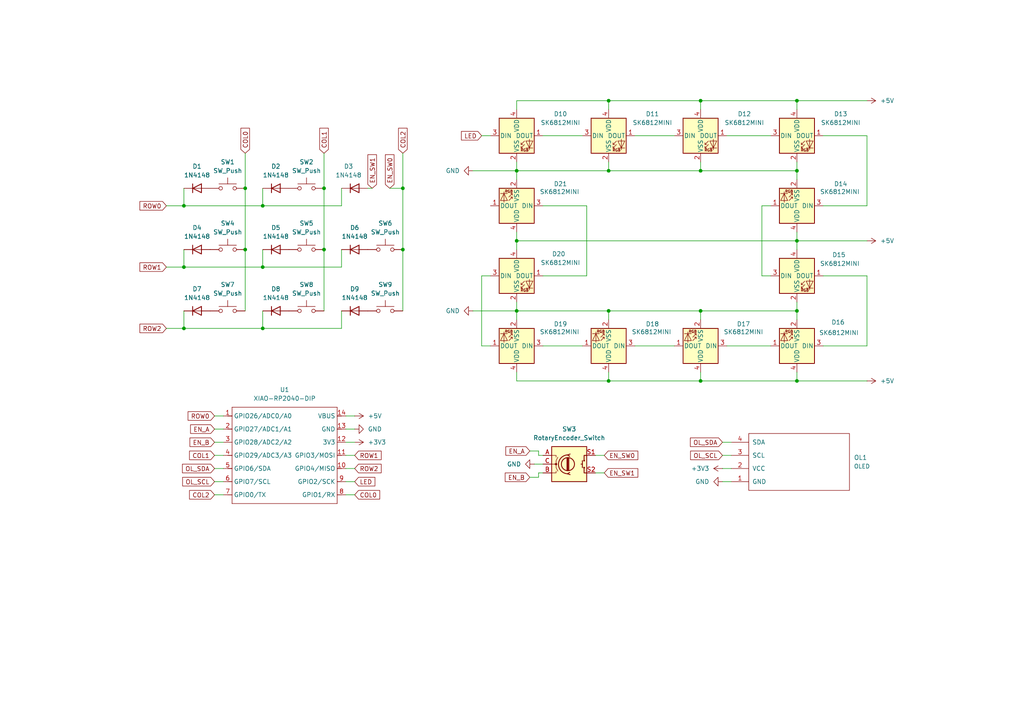
<source format=kicad_sch>
(kicad_sch (version 20231120) (generator "eeschema") (generator_version "8.0")
  (paper "A4")
  (lib_symbols
    (symbol "Device:RotaryEncoder_Switch" (pin_names (offset 0.254) hide)
      (property "Reference" "SW" (at 0 6.604 0))
      (property "Value" "RotaryEncoder_Switch" (at 0 -6.604 0))
      (symbol "RotaryEncoder_Switch_0_1"
        (rectangle (start -5.08 5.08) (end 5.08 -5.08) (stroke (width 0.254)) (fill (type background)))
        (circle (center -3.81 0) (radius 0.254) (fill (type outline)))
        (circle (center -0.381 0) (radius 1.905) (stroke (width 0.254)))
        (arc (start -0.381 2.667) (mid -3.0988 -0.0635) (end -0.381 -2.794) (stroke (width 0.254)))
        (polyline (pts (xy -0.635 -1.778) (xy -0.635 1.778)) (stroke (width 0.254)))
        (polyline (pts (xy -0.381 -1.778) (xy -0.381 1.778)) (stroke (width 0.254)))
        (polyline (pts (xy -0.127 1.778) (xy -0.127 -1.778)) (stroke (width 0.254)))
        (polyline (pts (xy 3.81 0) (xy 3.429 0)) (stroke (width 0.254)))
        (polyline (pts (xy 3.81 1.016) (xy 3.81 -1.016)) (stroke (width 0.254)))
        (polyline (pts (xy -5.08 -2.54) (xy -3.81 -2.54) (xy -3.81 -2.032)))
        (polyline (pts (xy -5.08 2.54) (xy -3.81 2.54) (xy -3.81 2.032)))
        (polyline (pts (xy 0.254 -3.048) (xy -0.508 -2.794) (xy 0.127 -2.413)) (stroke (width 0.254)))
        (polyline (pts (xy 0.254 2.921) (xy -0.508 2.667) (xy 0.127 2.286)) (stroke (width 0.254)))
        (polyline (pts (xy 5.08 -2.54) (xy 4.318 -2.54) (xy 4.318 -1.016)) (stroke (width 0.254)))
        (polyline (pts (xy 5.08 2.54) (xy 4.318 2.54) (xy 4.318 1.016)) (stroke (width 0.254)))
        (polyline (pts (xy -5.08 0) (xy -3.81 0) (xy -3.81 -1.016) (xy -3.302 -2.032)))
        (polyline (pts (xy -4.318 0) (xy -3.81 0) (xy -3.81 1.016) (xy -3.302 2.032)))
        (circle (center 4.318 -1.016) (radius 0.127) (stroke (width 0.254)))
        (circle (center 4.318 1.016) (radius 0.127) (stroke (width 0.254)))
      )
      (symbol "RotaryEncoder_Switch_1_1"
        (pin passive line (at -7.62 2.54 0) (length 2.54) (name "A") (number "A"))
        (pin passive line (at -7.62 -2.54 0) (length 2.54) (name "B") (number "B"))
        (pin passive line (at -7.62 0 0) (length 2.54) (name "C") (number "C"))
        (pin passive line (at 7.62 2.54 180) (length 2.54) (name "S1") (number "S1"))
        (pin passive line (at 7.62 -2.54 180) (length 2.54) (name "S2") (number "S2"))
      )
    )
    (symbol "Diode:1N4148" (pin_numbers hide) (pin_names hide)
      (property "Reference" "D" (at 0 2.54 0))
      (property "Value" "1N4148" (at 0 -2.54 0))
      (symbol "1N4148_0_1"
        (polyline (pts (xy -1.27 1.27) (xy -1.27 -1.27)) (stroke (width 0.254)))
        (polyline (pts (xy 1.27 0) (xy -1.27 0)))
        (polyline (pts (xy 1.27 1.27) (xy 1.27 -1.27) (xy -1.27 0) (xy 1.27 1.27)) (stroke (width 0.254)))
      )
      (symbol "1N4148_1_1"
        (pin passive line (at -3.81 0 0) (length 2.54) (name "K") (number "1"))
        (pin passive line (at 3.81 0 180) (length 2.54) (name "A") (number "2"))
      )
    )
    (symbol "I2C_OLED:OLED" (pin_names (offset 1.016))
      (property "Reference" "OL1" (at 16.51 1.905 0))
      (property "Value" "OLED" (at 16.51 -0.635 0))
      (symbol "OLED_0_1"
        (rectangle (start -13.97 8.89) (end 15.24 -7.62))
      )
      (symbol "OLED_1_1"
        (pin power_in line (at -19.05 -5.08 0) (length 5.08) (name "GND") (number "1"))
        (pin power_in line (at -19.05 -1.27 0) (length 5.08) (name "VCC") (number "2"))
        (pin bidirectional line (at -19.05 2.54 0) (length 5.08) (name "SCL") (number "3"))
        (pin bidirectional line (at -19.05 6.35 0) (length 5.08) (name "SDA") (number "4"))
      )
    )
    (symbol "LED:SK6812MINI" (pin_names (offset 0.254))
      (property "Reference" "D" (at 5.08 5.715 0))
      (property "Value" "SK6812MINI" (at 1.27 -5.715 0))
      (symbol "SK6812MINI_0_0"
        (text "RGB" (at 2.286 -4.191 0) (effects (font (size 0.762 0.762))))
      )
      (symbol "SK6812MINI_0_1"
        (polyline (pts (xy 1.27 -3.556) (xy 1.778 -3.556)))
        (polyline (pts (xy 1.27 -2.54) (xy 1.778 -2.54)))
        (polyline (pts (xy 4.699 -3.556) (xy 2.667 -3.556)))
        (polyline (pts (xy 2.286 -2.54) (xy 1.27 -3.556) (xy 1.27 -3.048)))
        (polyline (pts (xy 2.286 -1.524) (xy 1.27 -2.54) (xy 1.27 -2.032)))
        (polyline (pts (xy 3.683 -1.016) (xy 3.683 -3.556) (xy 3.683 -4.064)))
        (polyline (pts (xy 4.699 -1.524) (xy 2.667 -1.524) (xy 3.683 -3.556) (xy 4.699 -1.524)))
        (rectangle (start 5.08 5.08) (end -5.08 -5.08) (stroke (width 0.254)) (fill (type background)))
      )
      (symbol "SK6812MINI_1_1"
        (pin output line (at 7.62 0 180) (length 2.54) (name "DOUT") (number "1"))
        (pin power_in line (at 0 -7.62 90) (length 2.54) (name "VSS") (number "2"))
        (pin input line (at -7.62 0 0) (length 2.54) (name "DIN") (number "3"))
        (pin power_in line (at 0 7.62 270) (length 2.54) (name "VDD") (number "4"))
      )
    )
    (symbol "Seeed_Studio_XIAO_Series:XIAO-RP2040-DIP"
      (property "Reference" "U" (at 0 0 0))
      (property "Value" "XIAO-RP2040-DIP" (at 5.334 -1.778 0))
      (symbol "XIAO-RP2040-DIP_1_0"
        (polyline (pts (xy -1.27 -30.48) (xy -1.27 -16.51)) (stroke (width 0.1524)))
        (polyline (pts (xy -1.27 -27.94) (xy -2.54 -27.94)) (stroke (width 0.1524)))
        (polyline (pts (xy -1.27 -24.13) (xy -2.54 -24.13)) (stroke (width 0.1524)))
        (polyline (pts (xy -1.27 -20.32) (xy -2.54 -20.32)) (stroke (width 0.1524)))
        (polyline (pts (xy -1.27 -16.51) (xy -2.54 -16.51)) (stroke (width 0.1524)))
        (polyline (pts (xy -1.27 -16.51) (xy -1.27 -12.7)) (stroke (width 0.1524)))
        (polyline (pts (xy -1.27 -12.7) (xy -2.54 -12.7)) (stroke (width 0.1524)))
        (polyline (pts (xy -1.27 -12.7) (xy -1.27 -8.89)) (stroke (width 0.1524)))
        (polyline (pts (xy -1.27 -8.89) (xy -2.54 -8.89)) (stroke (width 0.1524)))
        (polyline (pts (xy -1.27 -8.89) (xy -1.27 -5.08)) (stroke (width 0.1524)))
        (polyline (pts (xy -1.27 -5.08) (xy -2.54 -5.08)) (stroke (width 0.1524)))
        (polyline (pts (xy -1.27 -5.08) (xy -1.27 -2.54)) (stroke (width 0.1524)))
        (polyline (pts (xy -1.27 -2.54) (xy 29.21 -2.54)) (stroke (width 0.1524)))
        (polyline (pts (xy 29.21 -30.48) (xy -1.27 -30.48)) (stroke (width 0.1524)))
        (polyline (pts (xy 29.21 -12.7) (xy 29.21 -30.48)) (stroke (width 0.1524)))
        (polyline (pts (xy 29.21 -8.89) (xy 29.21 -12.7)) (stroke (width 0.1524)))
        (polyline (pts (xy 29.21 -5.08) (xy 29.21 -8.89)) (stroke (width 0.1524)))
        (polyline (pts (xy 29.21 -2.54) (xy 29.21 -5.08)) (stroke (width 0.1524)))
        (polyline (pts (xy 30.48 -27.94) (xy 29.21 -27.94)) (stroke (width 0.1524)))
        (polyline (pts (xy 30.48 -24.13) (xy 29.21 -24.13)) (stroke (width 0.1524)))
        (polyline (pts (xy 30.48 -20.32) (xy 29.21 -20.32)) (stroke (width 0.1524)))
        (polyline (pts (xy 30.48 -16.51) (xy 29.21 -16.51)) (stroke (width 0.1524)))
        (polyline (pts (xy 30.48 -12.7) (xy 29.21 -12.7)) (stroke (width 0.1524)))
        (polyline (pts (xy 30.48 -8.89) (xy 29.21 -8.89)) (stroke (width 0.1524)))
        (polyline (pts (xy 30.48 -5.08) (xy 29.21 -5.08)) (stroke (width 0.1524)))
        (pin passive line (at -3.81 -5.08 0) (length 2.54) (name "GPIO26/ADC0/A0") (number "1"))
        (pin passive line (at 31.75 -20.32 180) (length 2.54) (name "GPIO4/MISO") (number "10"))
        (pin passive line (at 31.75 -16.51 180) (length 2.54) (name "GPIO3/MOSI") (number "11"))
        (pin passive line (at 31.75 -12.7 180) (length 2.54) (name "3V3") (number "12"))
        (pin passive line (at 31.75 -8.89 180) (length 2.54) (name "GND") (number "13"))
        (pin passive line (at 31.75 -5.08 180) (length 2.54) (name "VBUS") (number "14"))
        (pin passive line (at -3.81 -8.89 0) (length 2.54) (name "GPIO27/ADC1/A1") (number "2"))
        (pin passive line (at -3.81 -12.7 0) (length 2.54) (name "GPIO28/ADC2/A2") (number "3"))
        (pin passive line (at -3.81 -16.51 0) (length 2.54) (name "GPIO29/ADC3/A3") (number "4"))
        (pin passive line (at -3.81 -20.32 0) (length 2.54) (name "GPIO6/SDA") (number "5"))
        (pin passive line (at -3.81 -24.13 0) (length 2.54) (name "GPIO7/SCL") (number "6"))
        (pin passive line (at -3.81 -27.94 0) (length 2.54) (name "GPIO0/TX") (number "7"))
        (pin passive line (at 31.75 -27.94 180) (length 2.54) (name "GPIO1/RX") (number "8"))
        (pin passive line (at 31.75 -24.13 180) (length 2.54) (name "GPIO2/SCK") (number "9"))
      )
    )
    (symbol "Switch:SW_Push" (pin_numbers hide) (pin_names (offset 1.016) hide)
      (property "Reference" "SW" (at 1.27 2.54 0))
      (property "Value" "SW_Push" (at 0 -1.524 0))
      (symbol "SW_Push_0_1"
        (circle (center -2.032 0) (radius 0.508))
        (polyline (pts (xy 0 1.27) (xy 0 3.048)))
        (polyline (pts (xy 2.54 1.27) (xy -2.54 1.27)))
        (circle (center 2.032 0) (radius 0.508))
        (pin passive line (at -5.08 0 0) (length 2.54) (name "1") (number "1"))
        (pin passive line (at 5.08 0 180) (length 2.54) (name "2") (number "2"))
      )
    )
    (symbol "power:+3V3" (power) (pin_numbers hide) (pin_names (offset 0) hide)
      (property "Value" "+3V3" (at 0 3.556 0))
      (symbol "+3V3_0_1"
        (polyline (pts (xy -0.762 1.27) (xy 0 2.54)))
        (polyline (pts (xy 0 0) (xy 0 2.54)))
        (polyline (pts (xy 0 2.54) (xy 0.762 1.27)))
      )
      (symbol "+3V3_1_1"
        (pin power_in line (at 0 0 90) (length 0) (name "~") (number "1"))
      )
    )
    (symbol "power:+5V" (power) (pin_numbers hide) (pin_names (offset 0) hide)
      (property "Value" "+5V" (at 0 3.556 0))
      (symbol "+5V_0_1"
        (polyline (pts (xy -0.762 1.27) (xy 0 2.54)))
        (polyline (pts (xy 0 0) (xy 0 2.54)))
        (polyline (pts (xy 0 2.54) (xy 0.762 1.27)))
      )
      (symbol "+5V_1_1"
        (pin power_in line (at 0 0 90) (length 0) (name "~") (number "1"))
      )
    )
    (symbol "power:GND" (power) (pin_numbers hide) (pin_names (offset 0) hide)
      (property "Value" "GND" (at 0 -3.81 0))
      (symbol "GND_0_1"
        (polyline (pts (xy 0 0) (xy 0 -1.27) (xy 1.27 -1.27) (xy 0 -2.54) (xy -1.27 -1.27) (xy 0 -1.27)))
      )
      (symbol "GND_1_1"
        (pin power_in line (at 0 0 270) (length 0) (name "~") (number "1"))
      )
    )
  )
  (junction (at 231.14 29.21))
  (junction (at 116.84 54.61))
  (junction (at 231.14 69.85))
  (junction (at 176.53 110.49))
  (junction (at 231.14 90.17))
  (junction (at 203.2 110.49))
  (junction (at 176.53 29.21))
  (junction (at 149.86 49.53))
  (junction (at 76.2 77.47))
  (junction (at 176.53 49.53))
  (junction (at 203.2 49.53))
  (junction (at 93.98 54.61))
  (junction (at 53.34 77.47))
  (junction (at 149.86 69.85))
  (junction (at 53.34 59.69))
  (junction (at 231.14 110.49))
  (junction (at 76.2 95.25))
  (junction (at 93.98 72.39))
  (junction (at 231.14 49.53))
  (junction (at 71.12 54.61))
  (junction (at 203.2 29.21))
  (junction (at 149.86 90.17))
  (junction (at 71.12 72.39))
  (junction (at 53.34 95.25))
  (junction (at 76.2 59.69))
  (junction (at 116.84 72.39))
  (junction (at 176.53 90.17))
  (junction (at 203.2 90.17))
  (wire (pts (xy 99.06 54.61) (xy 99.06 59.69)))
  (wire (pts (xy 156.21 137.16) (xy 157.48 137.16)))
  (wire (pts (xy 149.86 67.31) (xy 149.86 69.85)))
  (wire (pts (xy 99.06 90.17) (xy 99.06 95.25)))
  (wire (pts (xy 99.06 72.39) (xy 99.06 77.47)))
  (wire (pts (xy 62.23 120.65) (xy 64.77 120.65)))
  (wire (pts (xy 93.98 72.39) (xy 93.98 90.17)))
  (wire (pts (xy 100.33 124.46) (xy 102.87 124.46)))
  (wire (pts (xy 251.46 80.01) (xy 251.46 100.33)))
  (wire (pts (xy 149.86 69.85) (xy 149.86 72.39)))
  (wire (pts (xy 238.76 80.01) (xy 251.46 80.01)))
  (wire (pts (xy 100.33 143.51) (xy 102.87 143.51)))
  (wire (pts (xy 203.2 90.17) (xy 203.2 92.71)))
  (wire (pts (xy 53.34 95.25) (xy 76.2 95.25)))
  (wire (pts (xy 142.24 100.33) (xy 139.7 100.33)))
  (wire (pts (xy 238.76 39.37) (xy 251.46 39.37)))
  (wire (pts (xy 220.98 59.69) (xy 220.98 80.01)))
  (wire (pts (xy 231.14 29.21) (xy 231.14 31.75)))
  (wire (pts (xy 149.86 46.99) (xy 149.86 49.53)))
  (wire (pts (xy 100.33 120.65) (xy 102.87 120.65)))
  (wire (pts (xy 116.84 72.39) (xy 116.84 90.17)))
  (wire (pts (xy 149.86 90.17) (xy 176.53 90.17)))
  (wire (pts (xy 223.52 59.69) (xy 220.98 59.69)))
  (wire (pts (xy 170.18 59.69) (xy 157.48 59.69)))
  (wire (pts (xy 176.53 90.17) (xy 203.2 90.17)))
  (wire (pts (xy 62.23 128.27) (xy 64.77 128.27)))
  (wire (pts (xy 113.03 54.61) (xy 116.84 54.61)))
  (wire (pts (xy 176.53 46.99) (xy 176.53 49.53)))
  (wire (pts (xy 176.53 29.21) (xy 176.53 31.75)))
  (wire (pts (xy 172.72 137.16) (xy 175.26 137.16)))
  (wire (pts (xy 210.82 100.33) (xy 223.52 100.33)))
  (wire (pts (xy 76.2 90.17) (xy 76.2 95.25)))
  (wire (pts (xy 203.2 49.53) (xy 231.14 49.53)))
  (wire (pts (xy 107.95 54.61) (xy 106.68 54.61)))
  (wire (pts (xy 62.23 139.7) (xy 64.77 139.7)))
  (wire (pts (xy 176.53 110.49) (xy 203.2 110.49)))
  (wire (pts (xy 93.98 44.45) (xy 93.98 54.61)))
  (wire (pts (xy 156.21 130.81) (xy 156.21 132.08)))
  (wire (pts (xy 156.21 132.08) (xy 157.48 132.08)))
  (wire (pts (xy 231.14 107.95) (xy 231.14 110.49)))
  (wire (pts (xy 139.7 80.01) (xy 142.24 80.01)))
  (wire (pts (xy 184.15 100.33) (xy 195.58 100.33)))
  (wire (pts (xy 184.15 39.37) (xy 195.58 39.37)))
  (wire (pts (xy 251.46 39.37) (xy 251.46 59.69)))
  (wire (pts (xy 231.14 69.85) (xy 251.46 69.85)))
  (wire (pts (xy 100.33 132.08) (xy 102.87 132.08)))
  (wire (pts (xy 210.82 39.37) (xy 223.52 39.37)))
  (wire (pts (xy 53.34 77.47) (xy 76.2 77.47)))
  (wire (pts (xy 116.84 54.61) (xy 116.84 72.39)))
  (wire (pts (xy 139.7 39.37) (xy 142.24 39.37)))
  (wire (pts (xy 172.72 132.08) (xy 175.26 132.08)))
  (wire (pts (xy 62.23 132.08) (xy 64.77 132.08)))
  (wire (pts (xy 231.14 49.53) (xy 231.14 52.07)))
  (wire (pts (xy 220.98 80.01) (xy 223.52 80.01)))
  (wire (pts (xy 209.55 128.27) (xy 212.09 128.27)))
  (wire (pts (xy 231.14 67.31) (xy 231.14 69.85)))
  (wire (pts (xy 48.26 95.25) (xy 53.34 95.25)))
  (wire (pts (xy 251.46 110.49) (xy 231.14 110.49)))
  (wire (pts (xy 170.18 80.01) (xy 170.18 59.69)))
  (wire (pts (xy 76.2 95.25) (xy 99.06 95.25)))
  (wire (pts (xy 176.53 107.95) (xy 176.53 110.49)))
  (wire (pts (xy 53.34 90.17) (xy 53.34 95.25)))
  (wire (pts (xy 53.34 72.39) (xy 53.34 77.47)))
  (wire (pts (xy 48.26 59.69) (xy 53.34 59.69)))
  (wire (pts (xy 100.33 128.27) (xy 102.87 128.27)))
  (wire (pts (xy 149.86 49.53) (xy 149.86 52.07)))
  (wire (pts (xy 203.2 90.17) (xy 231.14 90.17)))
  (wire (pts (xy 76.2 54.61) (xy 76.2 59.69)))
  (wire (pts (xy 157.48 80.01) (xy 170.18 80.01)))
  (wire (pts (xy 48.26 77.47) (xy 53.34 77.47)))
  (wire (pts (xy 149.86 29.21) (xy 176.53 29.21)))
  (wire (pts (xy 62.23 143.51) (xy 64.77 143.51)))
  (wire (pts (xy 231.14 29.21) (xy 251.46 29.21)))
  (wire (pts (xy 149.86 110.49) (xy 176.53 110.49)))
  (wire (pts (xy 176.53 49.53) (xy 203.2 49.53)))
  (wire (pts (xy 100.33 135.89) (xy 102.87 135.89)))
  (wire (pts (xy 76.2 59.69) (xy 99.06 59.69)))
  (wire (pts (xy 203.2 110.49) (xy 231.14 110.49)))
  (wire (pts (xy 231.14 87.63) (xy 231.14 90.17)))
  (wire (pts (xy 238.76 100.33) (xy 251.46 100.33)))
  (wire (pts (xy 62.23 124.46) (xy 64.77 124.46)))
  (wire (pts (xy 139.7 80.01) (xy 139.7 100.33)))
  (wire (pts (xy 76.2 72.39) (xy 76.2 77.47)))
  (wire (pts (xy 71.12 44.45) (xy 71.12 54.61)))
  (wire (pts (xy 53.34 59.69) (xy 76.2 59.69)))
  (wire (pts (xy 71.12 72.39) (xy 71.12 90.17)))
  (wire (pts (xy 231.14 69.85) (xy 231.14 72.39)))
  (wire (pts (xy 231.14 90.17) (xy 231.14 92.71)))
  (wire (pts (xy 137.16 49.53) (xy 149.86 49.53)))
  (wire (pts (xy 71.12 54.61) (xy 71.12 72.39)))
  (wire (pts (xy 176.53 29.21) (xy 203.2 29.21)))
  (wire (pts (xy 153.67 138.43) (xy 156.21 138.43)))
  (wire (pts (xy 116.84 44.45) (xy 116.84 54.61)))
  (wire (pts (xy 149.86 31.75) (xy 149.86 29.21)))
  (wire (pts (xy 231.14 46.99) (xy 231.14 49.53)))
  (wire (pts (xy 203.2 29.21) (xy 203.2 31.75)))
  (wire (pts (xy 137.16 90.17) (xy 149.86 90.17)))
  (wire (pts (xy 149.86 49.53) (xy 176.53 49.53)))
  (wire (pts (xy 209.55 132.08) (xy 212.09 132.08)))
  (wire (pts (xy 238.76 59.69) (xy 251.46 59.69)))
  (wire (pts (xy 203.2 46.99) (xy 203.2 49.53)))
  (wire (pts (xy 156.21 138.43) (xy 156.21 137.16)))
  (wire (pts (xy 93.98 54.61) (xy 93.98 72.39)))
  (wire (pts (xy 154.94 134.62) (xy 157.48 134.62)))
  (wire (pts (xy 149.86 69.85) (xy 231.14 69.85)))
  (wire (pts (xy 149.86 87.63) (xy 149.86 90.17)))
  (wire (pts (xy 62.23 135.89) (xy 64.77 135.89)))
  (wire (pts (xy 203.2 107.95) (xy 203.2 110.49)))
  (wire (pts (xy 157.48 100.33) (xy 168.91 100.33)))
  (wire (pts (xy 203.2 29.21) (xy 231.14 29.21)))
  (wire (pts (xy 149.86 90.17) (xy 149.86 92.71)))
  (wire (pts (xy 149.86 107.95) (xy 149.86 110.49)))
  (wire (pts (xy 176.53 90.17) (xy 176.53 92.71)))
  (wire (pts (xy 157.48 39.37) (xy 168.91 39.37)))
  (wire (pts (xy 100.33 139.7) (xy 102.87 139.7)))
  (wire (pts (xy 153.67 130.81) (xy 156.21 130.81)))
  (wire (pts (xy 209.55 139.7) (xy 212.09 139.7)))
  (wire (pts (xy 53.34 54.61) (xy 53.34 59.69)))
  (wire (pts (xy 209.55 135.89) (xy 212.09 135.89)))
  (wire (pts (xy 76.2 77.47) (xy 99.06 77.47)))
  (global_label "EN_SW0" (shape input) (at 113.03 54.61 90) (property "Intersheetrefs" "${INTERSHEET_REFS}" (effects (hide yes))))
  (global_label "COL2" (shape input) (at 116.84 44.45 90) (property "Intersheetrefs" "${INTERSHEET_REFS}" (effects (hide yes))))
  (global_label "ROW1" (shape input) (at 48.26 77.47 180) (property "Intersheetrefs" "${INTERSHEET_REFS}" (effects (hide yes))))
  (global_label "EN_SW1" (shape input) (at 175.26 137.16 0) (property "Intersheetrefs" "${INTERSHEET_REFS}" (effects (hide yes))))
  (global_label "OL_SDA" (shape input) (at 62.23 135.89 180) (property "Intersheetrefs" "${INTERSHEET_REFS}" (effects (hide yes))))
  (global_label "ROW2" (shape input) (at 102.87 135.89 0) (property "Intersheetrefs" "${INTERSHEET_REFS}" (effects (hide yes))))
  (global_label "EN_SW1" (shape input) (at 107.95 54.61 90) (property "Intersheetrefs" "${INTERSHEET_REFS}" (effects (hide yes))))
  (global_label "COL0" (shape input) (at 102.87 143.51 0) (property "Intersheetrefs" "${INTERSHEET_REFS}" (effects (hide yes))))
  (global_label "COL2" (shape input) (at 62.23 143.51 180) (property "Intersheetrefs" "${INTERSHEET_REFS}" (effects (hide yes))))
  (global_label "ROW0" (shape input) (at 62.23 120.65 180) (property "Intersheetrefs" "${INTERSHEET_REFS}" (effects (hide yes))))
  (global_label "OL_SCL" (shape input) (at 62.23 139.7 180) (property "Intersheetrefs" "${INTERSHEET_REFS}" (effects (hide yes))))
  (global_label "LED" (shape input) (at 139.7 39.37 180) (property "Intersheetrefs" "${INTERSHEET_REFS}" (effects (hide yes))))
  (global_label "LED" (shape input) (at 102.87 139.7 0) (property "Intersheetrefs" "${INTERSHEET_REFS}" (effects (hide yes))))
  (global_label "EN_A" (shape input) (at 153.67 130.81 180) (property "Intersheetrefs" "${INTERSHEET_REFS}" (effects (hide yes))))
  (global_label "ROW2" (shape input) (at 48.26 95.25 180) (property "Intersheetrefs" "${INTERSHEET_REFS}" (effects (hide yes))))
  (global_label "ROW1" (shape input) (at 102.87 132.08 0) (property "Intersheetrefs" "${INTERSHEET_REFS}" (effects (hide yes))))
  (global_label "EN_SW0" (shape input) (at 175.26 132.08 0) (property "Intersheetrefs" "${INTERSHEET_REFS}" (effects (hide yes))))
  (global_label "COL0" (shape input) (at 71.12 44.45 90) (property "Intersheetrefs" "${INTERSHEET_REFS}" (effects (hide yes))))
  (global_label "OL_SDA" (shape input) (at 209.55 128.27 180) (property "Intersheetrefs" "${INTERSHEET_REFS}" (effects (hide yes))))
  (global_label "ROW0" (shape input) (at 48.26 59.69 180) (property "Intersheetrefs" "${INTERSHEET_REFS}" (effects (hide yes))))
  (global_label "COL1" (shape input) (at 62.23 132.08 180) (property "Intersheetrefs" "${INTERSHEET_REFS}" (effects (hide yes))))
  (global_label "EN_B" (shape input) (at 62.23 128.27 180) (property "Intersheetrefs" "${INTERSHEET_REFS}" (effects (hide yes))))
  (global_label "COL1" (shape input) (at 93.98 44.45 90) (property "Intersheetrefs" "${INTERSHEET_REFS}" (effects (hide yes))))
  (global_label "EN_A" (shape input) (at 62.23 124.46 180) (property "Intersheetrefs" "${INTERSHEET_REFS}" (effects (hide yes))))
  (global_label "OL_SCL" (shape input) (at 209.55 132.08 180) (property "Intersheetrefs" "${INTERSHEET_REFS}" (effects (hide yes))))
  (global_label "EN_B" (shape input) (at 153.67 138.43 180) (property "Intersheetrefs" "${INTERSHEET_REFS}" (effects (hide yes))))
  (symbol (lib_id "LED:SK6812MINI") (at 231.14 39.37 0) (unit 1)
    (property "Reference" "D13" (at 243.84 33.0514 0))
    (property "Value" "SK6812MINI" (at 243.84 35.5914 0))
    (property "Footprint" "Library:LED_SK6812MINI_PLCC4_3.5x3.5mm_P1.75mm" (effects (hide yes)))
    (property "Datasheet" "https://cdn-shop.adafruit.com/product-files/2686/SK6812MINI_REV.01-1-2.pdf" (effects (hide yes)))
    (property "Description" "RGB LED with integrated controller" (effects (hide yes)))
  )
  (symbol (lib_id "power:+5V") (at 102.87 120.65 270) (unit 1)
    (property "Reference" "#PWR02" (effects (hide yes)))
    (property "Value" "+5V" (at 106.68 120.6499 90) (effects (justify left)))
    (property "Description" "Power symbol creates a global label with name \"+5V\"" (effects (hide yes)))
  )
  (symbol (lib_id "Diode:1N4148") (at 80.01 72.39 0) (unit 1)
    (property "Reference" "D5" (at 80.01 66.04 0))
    (property "Value" "1N4148" (at 80.01 68.58 0))
    (property "Footprint" "Diode_THT:D_DO-35_SOD27_P7.62mm_Horizontal" (effects (hide yes)))
    (property "Datasheet" "https://assets.nexperia.com/documents/data-sheet/1N4148_1N4448.pdf" (effects (hide yes)))
    (property "Description" "100V 0.15A standard switching diode, DO-35" (effects (hide yes)))
    (property "Sim.Device" "D" (effects (hide yes)))
    (property "Sim.Pins" "1=K 2=A" (effects (hide yes)))
  )
  (symbol (lib_id "power:GND") (at 154.94 134.62 270) (unit 1)
    (property "Reference" "#PWR01" (effects (hide yes)))
    (property "Value" "GND" (at 151.13 134.6199 90) (effects (justify right)))
    (property "Description" "Power symbol creates a global label with name \"GND\" , ground" (effects (hide yes)))
  )
  (symbol (lib_id "LED:SK6812MINI") (at 149.86 59.69 180) (unit 1)
    (property "Reference" "D21" (at 162.56 53.34 0))
    (property "Value" "SK6812MINI" (at 162.306 55.626 0))
    (property "Footprint" "Library:LED_SK6812MINI_PLCC4_3.5x3.5mm_P1.75mm" (effects (hide yes)))
    (property "Datasheet" "https://cdn-shop.adafruit.com/product-files/2686/SK6812MINI_REV.01-1-2.pdf" (effects (hide yes)))
    (property "Description" "RGB LED with integrated controller" (effects (hide yes)))
  )
  (symbol (lib_id "LED:SK6812MINI") (at 231.14 100.33 180) (unit 1)
    (property "Reference" "D16" (at 243.078 93.472 0))
    (property "Value" "SK6812MINI" (at 243.332 96.52 0))
    (property "Footprint" "Library:LED_SK6812MINI_PLCC4_3.5x3.5mm_P1.75mm" (effects (hide yes)))
    (property "Datasheet" "https://cdn-shop.adafruit.com/product-files/2686/SK6812MINI_REV.01-1-2.pdf" (effects (hide yes)))
    (property "Description" "RGB LED with integrated controller" (effects (hide yes)))
  )
  (symbol (lib_id "Diode:1N4148") (at 80.01 54.61 0) (unit 1)
    (property "Reference" "D2" (at 80.01 48.26 0))
    (property "Value" "1N4148" (at 80.01 50.8 0))
    (property "Footprint" "Diode_THT:D_DO-35_SOD27_P7.62mm_Horizontal" (effects (hide yes)))
    (property "Datasheet" "https://assets.nexperia.com/documents/data-sheet/1N4148_1N4448.pdf" (effects (hide yes)))
    (property "Description" "100V 0.15A standard switching diode, DO-35" (effects (hide yes)))
    (property "Sim.Device" "D" (effects (hide yes)))
    (property "Sim.Pins" "1=K 2=A" (effects (hide yes)))
  )
  (symbol (lib_id "Device:RotaryEncoder_Switch") (at 165.1 134.62 0) (unit 1)
    (property "Reference" "SW3" (at 165.1 124.46 0))
    (property "Value" "RotaryEncoder_Switch" (at 165.1 127 0))
    (property "Footprint" "Rotary_Encoder:RotaryEncoder_Alps_EC11E-Switch_Vertical_H20mm" (effects (hide yes)))
    (property "Description" "Rotary encoder, dual channel, incremental quadrate outputs, with switch" (effects (hide yes)))
  )
  (symbol (lib_id "Diode:1N4148") (at 102.87 72.39 0) (unit 1)
    (property "Reference" "D6" (at 102.87 66.04 0))
    (property "Value" "1N4148" (at 102.87 68.58 0))
    (property "Footprint" "Diode_THT:D_DO-35_SOD27_P7.62mm_Horizontal" (effects (hide yes)))
    (property "Datasheet" "https://assets.nexperia.com/documents/data-sheet/1N4148_1N4448.pdf" (effects (hide yes)))
    (property "Description" "100V 0.15A standard switching diode, DO-35" (effects (hide yes)))
    (property "Sim.Device" "D" (effects (hide yes)))
    (property "Sim.Pins" "1=K 2=A" (effects (hide yes)))
  )
  (symbol (lib_id "Switch:SW_Push") (at 88.9 54.61 0) (unit 1)
    (property "Reference" "SW2" (at 88.9 46.99 0))
    (property "Value" "SW_Push" (at 88.9 49.53 0))
    (property "Footprint" "Library:SW_Cherry_MX_1.00u_PCB" (effects (hide yes)))
    (property "Description" "Push button switch, generic, two pins" (effects (hide yes)))
  )
  (symbol (lib_id "power:GND") (at 102.87 124.46 90) (unit 1)
    (property "Reference" "#PWR03" (effects (hide yes)))
    (property "Value" "GND" (at 106.68 124.4599 90) (effects (justify right)))
    (property "Description" "Power symbol creates a global label with name \"GND\" , ground" (effects (hide yes)))
  )
  (symbol (lib_id "Switch:SW_Push") (at 66.04 72.39 0) (unit 1)
    (property "Reference" "SW4" (at 66.04 64.77 0))
    (property "Value" "SW_Push" (at 66.04 67.31 0))
    (property "Footprint" "Library:SW_Cherry_MX_1.00u_PCB" (effects (hide yes)))
    (property "Description" "Push button switch, generic, two pins" (effects (hide yes)))
  )
  (symbol (lib_id "Switch:SW_Push") (at 111.76 72.39 0) (unit 1)
    (property "Reference" "SW6" (at 111.76 64.77 0))
    (property "Value" "SW_Push" (at 111.76 67.31 0))
    (property "Footprint" "Library:SW_Cherry_MX_1.00u_PCB" (effects (hide yes)))
    (property "Description" "Push button switch, generic, two pins" (effects (hide yes)))
  )
  (symbol (lib_id "power:+5V") (at 251.46 110.49 270) (unit 1)
    (property "Reference" "#PWR010" (effects (hide yes)))
    (property "Value" "+5V" (at 255.27 110.4899 90) (effects (justify left)))
    (property "Description" "Power symbol creates a global label with name \"+5V\"" (effects (hide yes)))
  )
  (symbol (lib_id "power:+3V3") (at 209.55 135.89 90) (unit 1)
    (property "Reference" "#PWR04" (effects (hide yes)))
    (property "Value" "+3V3" (at 205.74 135.8899 90) (effects (justify left)))
    (property "Description" "Power symbol creates a global label with name \"+3V3\"" (effects (hide yes)))
  )
  (symbol (lib_id "Diode:1N4148") (at 57.15 72.39 0) (unit 1)
    (property "Reference" "D4" (at 57.15 66.04 0))
    (property "Value" "1N4148" (at 57.15 68.58 0))
    (property "Footprint" "Diode_THT:D_DO-35_SOD27_P7.62mm_Horizontal" (effects (hide yes)))
    (property "Datasheet" "https://assets.nexperia.com/documents/data-sheet/1N4148_1N4448.pdf" (effects (hide yes)))
    (property "Description" "100V 0.15A standard switching diode, DO-35" (effects (hide yes)))
    (property "Sim.Device" "D" (effects (hide yes)))
    (property "Sim.Pins" "1=K 2=A" (effects (hide yes)))
  )
  (symbol (lib_id "LED:SK6812MINI") (at 203.2 39.37 0) (unit 1)
    (property "Reference" "D12" (at 215.9 33.0514 0))
    (property "Value" "SK6812MINI" (at 215.9 35.5914 0))
    (property "Footprint" "Library:LED_SK6812MINI_PLCC4_3.5x3.5mm_P1.75mm" (effects (hide yes)))
    (property "Datasheet" "https://cdn-shop.adafruit.com/product-files/2686/SK6812MINI_REV.01-1-2.pdf" (effects (hide yes)))
    (property "Description" "RGB LED with integrated controller" (effects (hide yes)))
  )
  (symbol (lib_id "Diode:1N4148") (at 102.87 54.61 0) (unit 1)
    (property "Reference" "D3" (at 101.092 48.26 0))
    (property "Value" "1N4148" (at 101.092 50.8 0))
    (property "Footprint" "Diode_THT:D_DO-35_SOD27_P7.62mm_Horizontal" (effects (hide yes)))
    (property "Datasheet" "https://assets.nexperia.com/documents/data-sheet/1N4148_1N4448.pdf" (effects (hide yes)))
    (property "Description" "100V 0.15A standard switching diode, DO-35" (effects (hide yes)))
    (property "Sim.Device" "D" (effects (hide yes)))
    (property "Sim.Pins" "1=K 2=A" (effects (hide yes)))
  )
  (symbol (lib_id "power:+5V") (at 251.46 29.21 270) (unit 1)
    (property "Reference" "#PWR06" (effects (hide yes)))
    (property "Value" "+5V" (at 255.27 29.2099 90) (effects (justify left)))
    (property "Description" "Power symbol creates a global label with name \"+5V\"" (effects (hide yes)))
  )
  (symbol (lib_id "Diode:1N4148") (at 57.15 90.17 0) (unit 1)
    (property "Reference" "D7" (at 57.15 83.82 0))
    (property "Value" "1N4148" (at 57.15 86.36 0))
    (property "Footprint" "Diode_THT:D_DO-35_SOD27_P7.62mm_Horizontal" (effects (hide yes)))
    (property "Datasheet" "https://assets.nexperia.com/documents/data-sheet/1N4148_1N4448.pdf" (effects (hide yes)))
    (property "Description" "100V 0.15A standard switching diode, DO-35" (effects (hide yes)))
    (property "Sim.Device" "D" (effects (hide yes)))
    (property "Sim.Pins" "1=K 2=A" (effects (hide yes)))
  )
  (symbol (lib_id "LED:SK6812MINI") (at 149.86 100.33 180) (unit 1)
    (property "Reference" "D19" (at 162.56 93.98 0))
    (property "Value" "SK6812MINI" (at 162.306 96.266 0))
    (property "Footprint" "Library:LED_SK6812MINI_PLCC4_3.5x3.5mm_P1.75mm" (effects (hide yes)))
    (property "Datasheet" "https://cdn-shop.adafruit.com/product-files/2686/SK6812MINI_REV.01-1-2.pdf" (effects (hide yes)))
    (property "Description" "RGB LED with integrated controller" (effects (hide yes)))
  )
  (symbol (lib_id "Seeed_Studio_XIAO_Series:XIAO-RP2040-DIP") (at 68.58 115.57 0) (unit 1)
    (property "Reference" "U1" (at 82.55 113.03 0))
    (property "Value" "XIAO-RP2040-DIP" (at 82.55 115.57 0))
    (property "Footprint" "Seeed Studio XIAO Series Library:XIAO-RP2040-DIP" (effects (hide yes)))
  )
  (symbol (lib_id "LED:SK6812MINI") (at 231.14 59.69 180) (unit 1)
    (property "Reference" "D14" (at 243.84 53.34 0))
    (property "Value" "SK6812MINI" (at 243.586 55.626 0))
    (property "Footprint" "Library:LED_SK6812MINI_PLCC4_3.5x3.5mm_P1.75mm" (effects (hide yes)))
    (property "Datasheet" "https://cdn-shop.adafruit.com/product-files/2686/SK6812MINI_REV.01-1-2.pdf" (effects (hide yes)))
    (property "Description" "RGB LED with integrated controller" (effects (hide yes)))
  )
  (symbol (lib_id "LED:SK6812MINI") (at 176.53 100.33 180) (unit 1)
    (property "Reference" "D18" (at 189.23 93.98 0))
    (property "Value" "SK6812MINI" (at 188.976 96.266 0))
    (property "Footprint" "Library:LED_SK6812MINI_PLCC4_3.5x3.5mm_P1.75mm" (effects (hide yes)))
    (property "Datasheet" "https://cdn-shop.adafruit.com/product-files/2686/SK6812MINI_REV.01-1-2.pdf" (effects (hide yes)))
    (property "Description" "RGB LED with integrated controller" (effects (hide yes)))
  )
  (symbol (lib_id "LED:SK6812MINI") (at 149.86 39.37 0) (unit 1)
    (property "Reference" "D10" (at 162.56 33.0514 0))
    (property "Value" "SK6812MINI" (at 162.56 35.5914 0))
    (property "Footprint" "Library:LED_SK6812MINI_PLCC4_3.5x3.5mm_P1.75mm" (effects (hide yes)))
    (property "Datasheet" "https://cdn-shop.adafruit.com/product-files/2686/SK6812MINI_REV.01-1-2.pdf" (effects (hide yes)))
    (property "Description" "RGB LED with integrated controller" (effects (hide yes)))
  )
  (symbol (lib_id "power:GND") (at 137.16 49.53 270) (unit 1)
    (property "Reference" "#PWR07" (effects (hide yes)))
    (property "Value" "GND" (at 133.35 49.5299 90) (effects (justify right)))
    (property "Description" "Power symbol creates a global label with name \"GND\" , ground" (effects (hide yes)))
  )
  (symbol (lib_id "Switch:SW_Push") (at 111.76 90.17 0) (unit 1)
    (property "Reference" "SW9" (at 111.76 82.55 0))
    (property "Value" "SW_Push" (at 111.76 85.09 0))
    (property "Footprint" "Library:SW_Cherry_MX_1.00u_PCB" (effects (hide yes)))
    (property "Description" "Push button switch, generic, two pins" (effects (hide yes)))
  )
  (symbol (lib_id "Diode:1N4148") (at 80.01 90.17 0) (unit 1)
    (property "Reference" "D8" (at 80.01 83.82 0))
    (property "Value" "1N4148" (at 80.01 86.36 0))
    (property "Footprint" "Diode_THT:D_DO-35_SOD27_P7.62mm_Horizontal" (effects (hide yes)))
    (property "Datasheet" "https://assets.nexperia.com/documents/data-sheet/1N4148_1N4448.pdf" (effects (hide yes)))
    (property "Description" "100V 0.15A standard switching diode, DO-35" (effects (hide yes)))
    (property "Sim.Device" "D" (effects (hide yes)))
    (property "Sim.Pins" "1=K 2=A" (effects (hide yes)))
  )
  (symbol (lib_id "Diode:1N4148") (at 102.87 90.17 0) (unit 1)
    (property "Reference" "D9" (at 102.87 83.82 0))
    (property "Value" "1N4148" (at 102.87 86.36 0))
    (property "Footprint" "Diode_THT:D_DO-35_SOD27_P7.62mm_Horizontal" (effects (hide yes)))
    (property "Datasheet" "https://assets.nexperia.com/documents/data-sheet/1N4148_1N4448.pdf" (effects (hide yes)))
    (property "Description" "100V 0.15A standard switching diode, DO-35" (effects (hide yes)))
    (property "Sim.Device" "D" (effects (hide yes)))
    (property "Sim.Pins" "1=K 2=A" (effects (hide yes)))
  )
  (symbol (lib_id "Switch:SW_Push") (at 66.04 54.61 0) (unit 1)
    (property "Reference" "SW1" (at 66.04 46.99 0))
    (property "Value" "SW_Push" (at 66.04 49.53 0))
    (property "Footprint" "Library:SW_Cherry_MX_1.00u_PCB" (effects (hide yes)))
    (property "Description" "Push button switch, generic, two pins" (effects (hide yes)))
  )
  (symbol (lib_id "Diode:1N4148") (at 57.15 54.61 0) (unit 1)
    (property "Reference" "D1" (at 57.15 48.26 0))
    (property "Value" "1N4148" (at 57.15 50.8 0))
    (property "Footprint" "Diode_THT:D_DO-35_SOD27_P7.62mm_Horizontal" (effects (hide yes)))
    (property "Datasheet" "https://assets.nexperia.com/documents/data-sheet/1N4148_1N4448.pdf" (effects (hide yes)))
    (property "Description" "100V 0.15A standard switching diode, DO-35" (effects (hide yes)))
    (property "Sim.Device" "D" (effects (hide yes)))
    (property "Sim.Pins" "1=K 2=A" (effects (hide yes)))
  )
  (symbol (lib_id "LED:SK6812MINI") (at 231.14 80.01 0) (unit 1)
    (property "Reference" "D15" (at 243.332 73.914 0))
    (property "Value" "SK6812MINI" (at 243.586 76.454 0))
    (property "Footprint" "Library:LED_SK6812MINI_PLCC4_3.5x3.5mm_P1.75mm" (effects (hide yes)))
    (property "Datasheet" "https://cdn-shop.adafruit.com/product-files/2686/SK6812MINI_REV.01-1-2.pdf" (effects (hide yes)))
    (property "Description" "RGB LED with integrated controller" (effects (hide yes)))
  )
  (symbol (lib_id "LED:SK6812MINI") (at 176.53 39.37 0) (unit 1)
    (property "Reference" "D11" (at 189.23 33.0514 0))
    (property "Value" "SK6812MINI" (at 189.23 35.5914 0))
    (property "Footprint" "Library:LED_SK6812MINI_PLCC4_3.5x3.5mm_P1.75mm" (effects (hide yes)))
    (property "Datasheet" "https://cdn-shop.adafruit.com/product-files/2686/SK6812MINI_REV.01-1-2.pdf" (effects (hide yes)))
    (property "Description" "RGB LED with integrated controller" (effects (hide yes)))
  )
  (symbol (lib_id "Switch:SW_Push") (at 66.04 90.17 0) (unit 1)
    (property "Reference" "SW7" (at 66.04 82.55 0))
    (property "Value" "SW_Push" (at 66.04 85.09 0))
    (property "Footprint" "Library:SW_Cherry_MX_1.00u_PCB" (effects (hide yes)))
    (property "Description" "Push button switch, generic, two pins" (effects (hide yes)))
  )
  (symbol (lib_id "I2C_OLED:OLED") (at 231.14 134.62 0) (unit 1)
    (property "Reference" "OL1" (at 247.65 132.715 0) (effects (font (size 1.2954 1.2954)) (justify left)))
    (property "Value" "OLED" (at 247.65 135.255 0) (effects (font (size 1.1938 1.1938)) (justify left)))
    (property "Footprint" "KiCad-SSD1306-0.91-OLED-4pin-128x32:SSD1306-0.91-OLED-4pin-128x32" (effects (hide yes)))
  )
  (symbol (lib_id "Switch:SW_Push") (at 88.9 90.17 0) (unit 1)
    (property "Reference" "SW8" (at 88.9 82.55 0))
    (property "Value" "SW_Push" (at 88.9 85.09 0))
    (property "Footprint" "Library:SW_Cherry_MX_1.00u_PCB" (effects (hide yes)))
    (property "Description" "Push button switch, generic, two pins" (effects (hide yes)))
  )
  (symbol (lib_id "Switch:SW_Push") (at 88.9 72.39 0) (unit 1)
    (property "Reference" "SW5" (at 88.9 64.77 0))
    (property "Value" "SW_Push" (at 88.9 67.31 0))
    (property "Footprint" "Library:SW_Cherry_MX_1.00u_PCB" (effects (hide yes)))
    (property "Description" "Push button switch, generic, two pins" (effects (hide yes)))
  )
  (symbol (lib_id "LED:SK6812MINI") (at 149.86 80.01 0) (unit 1)
    (property "Reference" "D20" (at 162.052 73.66 0))
    (property "Value" "SK6812MINI" (at 162.56 76.2 0))
    (property "Footprint" "Library:LED_SK6812MINI_PLCC4_3.5x3.5mm_P1.75mm" (effects (hide yes)))
    (property "Datasheet" "https://cdn-shop.adafruit.com/product-files/2686/SK6812MINI_REV.01-1-2.pdf" (effects (hide yes)))
    (property "Description" "RGB LED with integrated controller" (effects (hide yes)))
  )
  (symbol (lib_id "power:GND") (at 209.55 139.7 270) (unit 1)
    (property "Reference" "#PWR05" (effects (hide yes)))
    (property "Value" "GND" (at 205.74 139.6999 90) (effects (justify right)))
    (property "Description" "Power symbol creates a global label with name \"GND\" , ground" (effects (hide yes)))
  )
  (symbol (lib_id "power:+3V3") (at 102.87 128.27 270) (unit 1)
    (property "Reference" "#PWR011" (effects (hide yes)))
    (property "Value" "+3V3" (at 106.68 128.2699 90) (effects (justify left)))
    (property "Description" "Power symbol creates a global label with name \"+3V3\"" (effects (hide yes)))
  )
  (symbol (lib_id "power:+5V") (at 251.46 69.85 270) (unit 1)
    (property "Reference" "#PWR08" (effects (hide yes)))
    (property "Value" "+5V" (at 255.27 69.8499 90) (effects (justify left)))
    (property "Description" "Power symbol creates a global label with name \"+5V\"" (effects (hide yes)))
  )
  (symbol (lib_id "power:GND") (at 137.16 90.17 270) (unit 1)
    (property "Reference" "#PWR09" (effects (hide yes)))
    (property "Value" "GND" (at 133.35 90.1699 90) (effects (justify right)))
    (property "Description" "Power symbol creates a global label with name \"GND\" , ground" (effects (hide yes)))
  )
  (symbol (lib_id "LED:SK6812MINI") (at 203.2 100.33 180) (unit 1)
    (property "Reference" "D17" (at 215.646 93.98 0))
    (property "Value" "SK6812MINI" (at 215.646 96.266 0))
    (property "Footprint" "Library:LED_SK6812MINI_PLCC4_3.5x3.5mm_P1.75mm" (effects (hide yes)))
    (property "Datasheet" "https://cdn-shop.adafruit.com/product-files/2686/SK6812MINI_REV.01-1-2.pdf" (effects (hide yes)))
    (property "Description" "RGB LED with integrated controller" (effects (hide yes)))
  )
)
</source>
